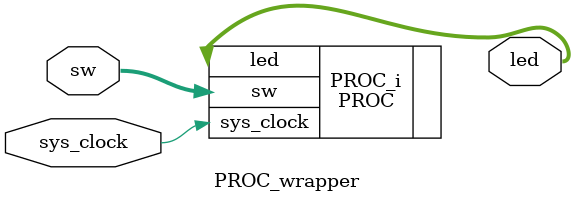
<source format=v>
`timescale 1 ps / 1 ps

module PROC_wrapper
   (led,
    sw,
    sys_clock);
  output [3:0]led;
  input [3:0]sw;
  input sys_clock;

  wire [3:0]led;
  wire [3:0]sw;
  wire sys_clock;

  PROC PROC_i
       (.led(led),
        .sw(sw),
        .sys_clock(sys_clock));
endmodule

</source>
